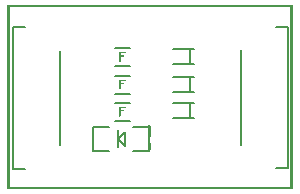
<source format=gto>
G04 MADE WITH FRITZING*
G04 WWW.FRITZING.ORG*
G04 DOUBLE SIDED*
G04 HOLES PLATED*
G04 CONTOUR ON CENTER OF CONTOUR VECTOR*
%ASAXBY*%
%FSLAX23Y23*%
%MOIN*%
%OFA0B0*%
%SFA1.0B1.0*%
%ADD10C,0.008000*%
%ADD11R,0.001000X0.001000*%
%LNSILK1*%
G90*
G70*
G54D10*
X18Y542D02*
X18Y70D01*
D02*
X18Y542D02*
X58Y542D01*
D02*
X18Y70D02*
X58Y70D01*
D02*
X176Y148D02*
X176Y463D01*
D02*
X936Y72D02*
X936Y544D01*
D02*
X936Y72D02*
X897Y72D01*
D02*
X936Y544D02*
X897Y544D01*
D02*
X779Y466D02*
X779Y151D01*
D02*
X408Y413D02*
X358Y413D01*
D02*
X358Y473D02*
X408Y473D01*
D02*
X408Y320D02*
X358Y320D01*
D02*
X358Y380D02*
X408Y380D01*
D02*
X408Y230D02*
X358Y230D01*
D02*
X358Y290D02*
X408Y290D01*
D02*
X624Y418D02*
X609Y418D01*
D02*
X609Y418D02*
X553Y418D01*
D02*
X624Y469D02*
X609Y469D01*
D02*
X609Y469D02*
X553Y469D01*
D02*
X609Y418D02*
X609Y469D01*
D02*
X624Y325D02*
X609Y325D01*
D02*
X609Y325D02*
X553Y325D01*
D02*
X624Y376D02*
X609Y376D01*
D02*
X609Y376D02*
X553Y376D01*
D02*
X609Y325D02*
X609Y376D01*
D02*
X624Y238D02*
X609Y238D01*
D02*
X609Y238D02*
X553Y238D01*
D02*
X624Y289D02*
X609Y289D01*
D02*
X609Y289D02*
X553Y289D01*
D02*
X609Y238D02*
X609Y289D01*
D02*
X419Y131D02*
X474Y131D01*
D02*
X474Y210D02*
X419Y210D01*
D02*
X340Y131D02*
X285Y131D01*
D02*
X285Y131D02*
X285Y210D01*
D02*
X285Y210D02*
X340Y210D01*
D02*
X368Y143D02*
X368Y170D01*
D02*
X368Y170D02*
X368Y198D01*
D02*
X368Y170D02*
X391Y147D01*
D02*
X391Y147D02*
X391Y194D01*
D02*
X391Y194D02*
X368Y170D01*
G54D11*
X0Y616D02*
X951Y616D01*
X0Y615D02*
X951Y615D01*
X0Y614D02*
X951Y614D01*
X0Y613D02*
X951Y613D01*
X0Y612D02*
X951Y612D01*
X0Y611D02*
X951Y611D01*
X0Y610D02*
X951Y610D01*
X0Y609D02*
X951Y609D01*
X0Y608D02*
X7Y608D01*
X944Y608D02*
X951Y608D01*
X0Y607D02*
X7Y607D01*
X944Y607D02*
X951Y607D01*
X0Y606D02*
X7Y606D01*
X944Y606D02*
X951Y606D01*
X0Y605D02*
X7Y605D01*
X944Y605D02*
X951Y605D01*
X0Y604D02*
X7Y604D01*
X944Y604D02*
X951Y604D01*
X0Y603D02*
X7Y603D01*
X944Y603D02*
X951Y603D01*
X0Y602D02*
X7Y602D01*
X944Y602D02*
X951Y602D01*
X0Y601D02*
X7Y601D01*
X944Y601D02*
X951Y601D01*
X0Y600D02*
X7Y600D01*
X944Y600D02*
X951Y600D01*
X0Y599D02*
X7Y599D01*
X944Y599D02*
X951Y599D01*
X0Y598D02*
X7Y598D01*
X944Y598D02*
X951Y598D01*
X0Y597D02*
X7Y597D01*
X944Y597D02*
X951Y597D01*
X0Y596D02*
X7Y596D01*
X944Y596D02*
X951Y596D01*
X0Y595D02*
X7Y595D01*
X944Y595D02*
X951Y595D01*
X0Y594D02*
X7Y594D01*
X944Y594D02*
X951Y594D01*
X0Y593D02*
X7Y593D01*
X944Y593D02*
X951Y593D01*
X0Y592D02*
X7Y592D01*
X944Y592D02*
X951Y592D01*
X0Y591D02*
X7Y591D01*
X944Y591D02*
X951Y591D01*
X0Y590D02*
X7Y590D01*
X944Y590D02*
X951Y590D01*
X0Y589D02*
X7Y589D01*
X944Y589D02*
X951Y589D01*
X0Y588D02*
X7Y588D01*
X944Y588D02*
X951Y588D01*
X0Y587D02*
X7Y587D01*
X944Y587D02*
X951Y587D01*
X0Y586D02*
X7Y586D01*
X944Y586D02*
X951Y586D01*
X0Y585D02*
X7Y585D01*
X944Y585D02*
X951Y585D01*
X0Y584D02*
X7Y584D01*
X944Y584D02*
X951Y584D01*
X0Y583D02*
X7Y583D01*
X944Y583D02*
X951Y583D01*
X0Y582D02*
X7Y582D01*
X944Y582D02*
X951Y582D01*
X0Y581D02*
X7Y581D01*
X944Y581D02*
X951Y581D01*
X0Y580D02*
X7Y580D01*
X944Y580D02*
X951Y580D01*
X0Y579D02*
X7Y579D01*
X944Y579D02*
X951Y579D01*
X0Y578D02*
X7Y578D01*
X944Y578D02*
X951Y578D01*
X0Y577D02*
X7Y577D01*
X944Y577D02*
X951Y577D01*
X0Y576D02*
X7Y576D01*
X944Y576D02*
X951Y576D01*
X0Y575D02*
X7Y575D01*
X944Y575D02*
X951Y575D01*
X0Y574D02*
X7Y574D01*
X944Y574D02*
X951Y574D01*
X0Y573D02*
X7Y573D01*
X944Y573D02*
X951Y573D01*
X0Y572D02*
X7Y572D01*
X944Y572D02*
X951Y572D01*
X0Y571D02*
X7Y571D01*
X944Y571D02*
X951Y571D01*
X0Y570D02*
X7Y570D01*
X944Y570D02*
X951Y570D01*
X0Y569D02*
X7Y569D01*
X944Y569D02*
X951Y569D01*
X0Y568D02*
X7Y568D01*
X944Y568D02*
X951Y568D01*
X0Y567D02*
X7Y567D01*
X944Y567D02*
X951Y567D01*
X0Y566D02*
X7Y566D01*
X944Y566D02*
X951Y566D01*
X0Y565D02*
X7Y565D01*
X944Y565D02*
X951Y565D01*
X0Y564D02*
X7Y564D01*
X944Y564D02*
X951Y564D01*
X0Y563D02*
X7Y563D01*
X944Y563D02*
X951Y563D01*
X0Y562D02*
X7Y562D01*
X944Y562D02*
X951Y562D01*
X0Y561D02*
X7Y561D01*
X944Y561D02*
X951Y561D01*
X0Y560D02*
X7Y560D01*
X944Y560D02*
X951Y560D01*
X0Y559D02*
X7Y559D01*
X944Y559D02*
X951Y559D01*
X0Y558D02*
X7Y558D01*
X944Y558D02*
X951Y558D01*
X0Y557D02*
X7Y557D01*
X944Y557D02*
X951Y557D01*
X0Y556D02*
X7Y556D01*
X944Y556D02*
X951Y556D01*
X0Y555D02*
X7Y555D01*
X944Y555D02*
X951Y555D01*
X0Y554D02*
X7Y554D01*
X944Y554D02*
X951Y554D01*
X0Y553D02*
X7Y553D01*
X944Y553D02*
X951Y553D01*
X0Y552D02*
X7Y552D01*
X944Y552D02*
X951Y552D01*
X0Y551D02*
X7Y551D01*
X944Y551D02*
X951Y551D01*
X0Y550D02*
X7Y550D01*
X944Y550D02*
X951Y550D01*
X0Y549D02*
X7Y549D01*
X944Y549D02*
X951Y549D01*
X0Y548D02*
X7Y548D01*
X944Y548D02*
X951Y548D01*
X0Y547D02*
X7Y547D01*
X944Y547D02*
X951Y547D01*
X0Y546D02*
X7Y546D01*
X944Y546D02*
X951Y546D01*
X0Y545D02*
X7Y545D01*
X944Y545D02*
X951Y545D01*
X0Y544D02*
X7Y544D01*
X944Y544D02*
X951Y544D01*
X0Y543D02*
X7Y543D01*
X944Y543D02*
X951Y543D01*
X0Y542D02*
X7Y542D01*
X944Y542D02*
X951Y542D01*
X0Y541D02*
X7Y541D01*
X944Y541D02*
X951Y541D01*
X0Y540D02*
X7Y540D01*
X944Y540D02*
X951Y540D01*
X0Y539D02*
X7Y539D01*
X944Y539D02*
X951Y539D01*
X0Y538D02*
X7Y538D01*
X944Y538D02*
X951Y538D01*
X0Y537D02*
X7Y537D01*
X944Y537D02*
X951Y537D01*
X0Y536D02*
X7Y536D01*
X944Y536D02*
X951Y536D01*
X0Y535D02*
X7Y535D01*
X944Y535D02*
X951Y535D01*
X0Y534D02*
X7Y534D01*
X944Y534D02*
X951Y534D01*
X0Y533D02*
X7Y533D01*
X944Y533D02*
X951Y533D01*
X0Y532D02*
X7Y532D01*
X944Y532D02*
X951Y532D01*
X0Y531D02*
X7Y531D01*
X944Y531D02*
X951Y531D01*
X0Y530D02*
X7Y530D01*
X944Y530D02*
X951Y530D01*
X0Y529D02*
X7Y529D01*
X944Y529D02*
X951Y529D01*
X0Y528D02*
X7Y528D01*
X944Y528D02*
X951Y528D01*
X0Y527D02*
X7Y527D01*
X944Y527D02*
X951Y527D01*
X0Y526D02*
X7Y526D01*
X944Y526D02*
X951Y526D01*
X0Y525D02*
X7Y525D01*
X944Y525D02*
X951Y525D01*
X0Y524D02*
X7Y524D01*
X944Y524D02*
X951Y524D01*
X0Y523D02*
X7Y523D01*
X944Y523D02*
X951Y523D01*
X0Y522D02*
X7Y522D01*
X944Y522D02*
X951Y522D01*
X0Y521D02*
X7Y521D01*
X944Y521D02*
X951Y521D01*
X0Y520D02*
X7Y520D01*
X944Y520D02*
X951Y520D01*
X0Y519D02*
X7Y519D01*
X944Y519D02*
X951Y519D01*
X0Y518D02*
X7Y518D01*
X944Y518D02*
X951Y518D01*
X0Y517D02*
X7Y517D01*
X944Y517D02*
X951Y517D01*
X0Y516D02*
X7Y516D01*
X944Y516D02*
X951Y516D01*
X0Y515D02*
X7Y515D01*
X944Y515D02*
X951Y515D01*
X0Y514D02*
X7Y514D01*
X944Y514D02*
X951Y514D01*
X0Y513D02*
X7Y513D01*
X944Y513D02*
X951Y513D01*
X0Y512D02*
X7Y512D01*
X944Y512D02*
X951Y512D01*
X0Y511D02*
X7Y511D01*
X944Y511D02*
X951Y511D01*
X0Y510D02*
X7Y510D01*
X944Y510D02*
X951Y510D01*
X0Y509D02*
X7Y509D01*
X944Y509D02*
X951Y509D01*
X0Y508D02*
X7Y508D01*
X944Y508D02*
X951Y508D01*
X0Y507D02*
X7Y507D01*
X944Y507D02*
X951Y507D01*
X0Y506D02*
X7Y506D01*
X944Y506D02*
X951Y506D01*
X0Y505D02*
X7Y505D01*
X944Y505D02*
X951Y505D01*
X0Y504D02*
X7Y504D01*
X944Y504D02*
X951Y504D01*
X0Y503D02*
X7Y503D01*
X944Y503D02*
X951Y503D01*
X0Y502D02*
X7Y502D01*
X944Y502D02*
X951Y502D01*
X0Y501D02*
X7Y501D01*
X944Y501D02*
X951Y501D01*
X0Y500D02*
X7Y500D01*
X944Y500D02*
X951Y500D01*
X0Y499D02*
X7Y499D01*
X944Y499D02*
X951Y499D01*
X0Y498D02*
X7Y498D01*
X944Y498D02*
X951Y498D01*
X0Y497D02*
X7Y497D01*
X944Y497D02*
X951Y497D01*
X0Y496D02*
X7Y496D01*
X944Y496D02*
X951Y496D01*
X0Y495D02*
X7Y495D01*
X944Y495D02*
X951Y495D01*
X0Y494D02*
X7Y494D01*
X944Y494D02*
X951Y494D01*
X0Y493D02*
X7Y493D01*
X944Y493D02*
X951Y493D01*
X0Y492D02*
X7Y492D01*
X944Y492D02*
X951Y492D01*
X0Y491D02*
X7Y491D01*
X944Y491D02*
X951Y491D01*
X0Y490D02*
X7Y490D01*
X944Y490D02*
X951Y490D01*
X0Y489D02*
X7Y489D01*
X944Y489D02*
X951Y489D01*
X0Y488D02*
X7Y488D01*
X944Y488D02*
X951Y488D01*
X0Y487D02*
X7Y487D01*
X944Y487D02*
X951Y487D01*
X0Y486D02*
X7Y486D01*
X944Y486D02*
X951Y486D01*
X0Y485D02*
X7Y485D01*
X944Y485D02*
X951Y485D01*
X0Y484D02*
X7Y484D01*
X944Y484D02*
X951Y484D01*
X0Y483D02*
X7Y483D01*
X944Y483D02*
X951Y483D01*
X0Y482D02*
X7Y482D01*
X944Y482D02*
X951Y482D01*
X0Y481D02*
X7Y481D01*
X944Y481D02*
X951Y481D01*
X0Y480D02*
X7Y480D01*
X944Y480D02*
X951Y480D01*
X0Y479D02*
X7Y479D01*
X944Y479D02*
X951Y479D01*
X0Y478D02*
X7Y478D01*
X944Y478D02*
X951Y478D01*
X0Y477D02*
X7Y477D01*
X944Y477D02*
X951Y477D01*
X0Y476D02*
X7Y476D01*
X944Y476D02*
X951Y476D01*
X0Y475D02*
X7Y475D01*
X944Y475D02*
X951Y475D01*
X0Y474D02*
X7Y474D01*
X944Y474D02*
X951Y474D01*
X0Y473D02*
X7Y473D01*
X944Y473D02*
X951Y473D01*
X0Y472D02*
X7Y472D01*
X944Y472D02*
X951Y472D01*
X0Y471D02*
X7Y471D01*
X944Y471D02*
X951Y471D01*
X0Y470D02*
X7Y470D01*
X944Y470D02*
X951Y470D01*
X0Y469D02*
X7Y469D01*
X944Y469D02*
X951Y469D01*
X0Y468D02*
X7Y468D01*
X944Y468D02*
X951Y468D01*
X0Y467D02*
X7Y467D01*
X944Y467D02*
X951Y467D01*
X0Y466D02*
X7Y466D01*
X944Y466D02*
X951Y466D01*
X0Y465D02*
X7Y465D01*
X944Y465D02*
X951Y465D01*
X0Y464D02*
X7Y464D01*
X944Y464D02*
X951Y464D01*
X0Y463D02*
X7Y463D01*
X944Y463D02*
X951Y463D01*
X0Y462D02*
X7Y462D01*
X944Y462D02*
X951Y462D01*
X0Y461D02*
X7Y461D01*
X944Y461D02*
X951Y461D01*
X0Y460D02*
X7Y460D01*
X944Y460D02*
X951Y460D01*
X0Y459D02*
X7Y459D01*
X374Y459D02*
X393Y459D01*
X944Y459D02*
X951Y459D01*
X0Y458D02*
X7Y458D01*
X374Y458D02*
X394Y458D01*
X944Y458D02*
X951Y458D01*
X0Y457D02*
X7Y457D01*
X374Y457D02*
X394Y457D01*
X944Y457D02*
X951Y457D01*
X0Y456D02*
X7Y456D01*
X374Y456D02*
X394Y456D01*
X944Y456D02*
X951Y456D01*
X0Y455D02*
X7Y455D01*
X374Y455D02*
X393Y455D01*
X944Y455D02*
X951Y455D01*
X0Y454D02*
X7Y454D01*
X374Y454D02*
X377Y454D01*
X944Y454D02*
X951Y454D01*
X0Y453D02*
X7Y453D01*
X374Y453D02*
X377Y453D01*
X944Y453D02*
X951Y453D01*
X0Y452D02*
X7Y452D01*
X374Y452D02*
X377Y452D01*
X944Y452D02*
X951Y452D01*
X0Y451D02*
X7Y451D01*
X374Y451D02*
X377Y451D01*
X944Y451D02*
X951Y451D01*
X0Y450D02*
X7Y450D01*
X374Y450D02*
X377Y450D01*
X944Y450D02*
X951Y450D01*
X0Y449D02*
X7Y449D01*
X374Y449D02*
X377Y449D01*
X944Y449D02*
X951Y449D01*
X0Y448D02*
X7Y448D01*
X374Y448D02*
X389Y448D01*
X944Y448D02*
X951Y448D01*
X0Y447D02*
X7Y447D01*
X374Y447D02*
X390Y447D01*
X944Y447D02*
X951Y447D01*
X0Y446D02*
X7Y446D01*
X374Y446D02*
X390Y446D01*
X944Y446D02*
X951Y446D01*
X0Y445D02*
X7Y445D01*
X374Y445D02*
X390Y445D01*
X944Y445D02*
X951Y445D01*
X0Y444D02*
X7Y444D01*
X374Y444D02*
X389Y444D01*
X944Y444D02*
X951Y444D01*
X0Y443D02*
X7Y443D01*
X374Y443D02*
X377Y443D01*
X944Y443D02*
X951Y443D01*
X0Y442D02*
X7Y442D01*
X374Y442D02*
X377Y442D01*
X944Y442D02*
X951Y442D01*
X0Y441D02*
X7Y441D01*
X374Y441D02*
X377Y441D01*
X944Y441D02*
X951Y441D01*
X0Y440D02*
X7Y440D01*
X374Y440D02*
X377Y440D01*
X944Y440D02*
X951Y440D01*
X0Y439D02*
X7Y439D01*
X374Y439D02*
X377Y439D01*
X944Y439D02*
X951Y439D01*
X0Y438D02*
X7Y438D01*
X374Y438D02*
X377Y438D01*
X944Y438D02*
X951Y438D01*
X0Y437D02*
X7Y437D01*
X374Y437D02*
X377Y437D01*
X944Y437D02*
X951Y437D01*
X0Y436D02*
X7Y436D01*
X374Y436D02*
X377Y436D01*
X944Y436D02*
X951Y436D01*
X0Y435D02*
X7Y435D01*
X374Y435D02*
X377Y435D01*
X944Y435D02*
X951Y435D01*
X0Y434D02*
X7Y434D01*
X374Y434D02*
X377Y434D01*
X944Y434D02*
X951Y434D01*
X0Y433D02*
X7Y433D01*
X374Y433D02*
X377Y433D01*
X944Y433D02*
X951Y433D01*
X0Y432D02*
X7Y432D01*
X374Y432D02*
X377Y432D01*
X944Y432D02*
X951Y432D01*
X0Y431D02*
X7Y431D01*
X374Y431D02*
X377Y431D01*
X944Y431D02*
X951Y431D01*
X0Y430D02*
X7Y430D01*
X374Y430D02*
X377Y430D01*
X944Y430D02*
X951Y430D01*
X0Y429D02*
X7Y429D01*
X374Y429D02*
X377Y429D01*
X944Y429D02*
X951Y429D01*
X0Y428D02*
X7Y428D01*
X374Y428D02*
X377Y428D01*
X944Y428D02*
X951Y428D01*
X0Y427D02*
X7Y427D01*
X374Y427D02*
X377Y427D01*
X944Y427D02*
X951Y427D01*
X0Y426D02*
X7Y426D01*
X375Y426D02*
X376Y426D01*
X944Y426D02*
X951Y426D01*
X0Y425D02*
X7Y425D01*
X944Y425D02*
X951Y425D01*
X0Y424D02*
X7Y424D01*
X944Y424D02*
X951Y424D01*
X0Y423D02*
X7Y423D01*
X944Y423D02*
X951Y423D01*
X0Y422D02*
X7Y422D01*
X944Y422D02*
X951Y422D01*
X0Y421D02*
X7Y421D01*
X944Y421D02*
X951Y421D01*
X0Y420D02*
X7Y420D01*
X944Y420D02*
X951Y420D01*
X0Y419D02*
X7Y419D01*
X944Y419D02*
X951Y419D01*
X0Y418D02*
X7Y418D01*
X944Y418D02*
X951Y418D01*
X0Y417D02*
X7Y417D01*
X944Y417D02*
X951Y417D01*
X0Y416D02*
X7Y416D01*
X944Y416D02*
X951Y416D01*
X0Y415D02*
X7Y415D01*
X944Y415D02*
X951Y415D01*
X0Y414D02*
X7Y414D01*
X944Y414D02*
X951Y414D01*
X0Y413D02*
X7Y413D01*
X944Y413D02*
X951Y413D01*
X0Y412D02*
X7Y412D01*
X944Y412D02*
X951Y412D01*
X0Y411D02*
X7Y411D01*
X944Y411D02*
X951Y411D01*
X0Y410D02*
X7Y410D01*
X944Y410D02*
X951Y410D01*
X0Y409D02*
X7Y409D01*
X944Y409D02*
X951Y409D01*
X0Y408D02*
X7Y408D01*
X944Y408D02*
X951Y408D01*
X0Y407D02*
X7Y407D01*
X944Y407D02*
X951Y407D01*
X0Y406D02*
X7Y406D01*
X944Y406D02*
X951Y406D01*
X0Y405D02*
X7Y405D01*
X944Y405D02*
X951Y405D01*
X0Y404D02*
X7Y404D01*
X944Y404D02*
X951Y404D01*
X0Y403D02*
X7Y403D01*
X944Y403D02*
X951Y403D01*
X0Y402D02*
X7Y402D01*
X944Y402D02*
X951Y402D01*
X0Y401D02*
X7Y401D01*
X944Y401D02*
X951Y401D01*
X0Y400D02*
X7Y400D01*
X944Y400D02*
X951Y400D01*
X0Y399D02*
X7Y399D01*
X944Y399D02*
X951Y399D01*
X0Y398D02*
X7Y398D01*
X944Y398D02*
X951Y398D01*
X0Y397D02*
X7Y397D01*
X944Y397D02*
X951Y397D01*
X0Y396D02*
X7Y396D01*
X944Y396D02*
X951Y396D01*
X0Y395D02*
X7Y395D01*
X944Y395D02*
X951Y395D01*
X0Y394D02*
X7Y394D01*
X944Y394D02*
X951Y394D01*
X0Y393D02*
X7Y393D01*
X944Y393D02*
X951Y393D01*
X0Y392D02*
X7Y392D01*
X944Y392D02*
X951Y392D01*
X0Y391D02*
X7Y391D01*
X944Y391D02*
X951Y391D01*
X0Y390D02*
X7Y390D01*
X944Y390D02*
X951Y390D01*
X0Y389D02*
X7Y389D01*
X944Y389D02*
X951Y389D01*
X0Y388D02*
X7Y388D01*
X944Y388D02*
X951Y388D01*
X0Y387D02*
X7Y387D01*
X944Y387D02*
X951Y387D01*
X0Y386D02*
X7Y386D01*
X944Y386D02*
X951Y386D01*
X0Y385D02*
X7Y385D01*
X944Y385D02*
X951Y385D01*
X0Y384D02*
X7Y384D01*
X944Y384D02*
X951Y384D01*
X0Y383D02*
X7Y383D01*
X944Y383D02*
X951Y383D01*
X0Y382D02*
X7Y382D01*
X944Y382D02*
X951Y382D01*
X0Y381D02*
X7Y381D01*
X944Y381D02*
X951Y381D01*
X0Y380D02*
X7Y380D01*
X944Y380D02*
X951Y380D01*
X0Y379D02*
X7Y379D01*
X944Y379D02*
X951Y379D01*
X0Y378D02*
X7Y378D01*
X944Y378D02*
X951Y378D01*
X0Y377D02*
X7Y377D01*
X944Y377D02*
X951Y377D01*
X0Y376D02*
X7Y376D01*
X944Y376D02*
X951Y376D01*
X0Y375D02*
X7Y375D01*
X944Y375D02*
X951Y375D01*
X0Y374D02*
X7Y374D01*
X944Y374D02*
X951Y374D01*
X0Y373D02*
X7Y373D01*
X944Y373D02*
X951Y373D01*
X0Y372D02*
X7Y372D01*
X944Y372D02*
X951Y372D01*
X0Y371D02*
X7Y371D01*
X944Y371D02*
X951Y371D01*
X0Y370D02*
X7Y370D01*
X944Y370D02*
X951Y370D01*
X0Y369D02*
X7Y369D01*
X944Y369D02*
X951Y369D01*
X0Y368D02*
X7Y368D01*
X944Y368D02*
X951Y368D01*
X0Y367D02*
X7Y367D01*
X374Y367D02*
X394Y367D01*
X944Y367D02*
X951Y367D01*
X0Y366D02*
X7Y366D01*
X374Y366D02*
X394Y366D01*
X944Y366D02*
X951Y366D01*
X0Y365D02*
X7Y365D01*
X374Y365D02*
X394Y365D01*
X944Y365D02*
X951Y365D01*
X0Y364D02*
X7Y364D01*
X374Y364D02*
X394Y364D01*
X944Y364D02*
X951Y364D01*
X0Y363D02*
X7Y363D01*
X374Y363D02*
X377Y363D01*
X944Y363D02*
X951Y363D01*
X0Y362D02*
X7Y362D01*
X374Y362D02*
X377Y362D01*
X944Y362D02*
X951Y362D01*
X0Y361D02*
X7Y361D01*
X374Y361D02*
X377Y361D01*
X944Y361D02*
X951Y361D01*
X0Y360D02*
X7Y360D01*
X374Y360D02*
X377Y360D01*
X944Y360D02*
X951Y360D01*
X0Y359D02*
X7Y359D01*
X374Y359D02*
X377Y359D01*
X944Y359D02*
X951Y359D01*
X0Y358D02*
X7Y358D01*
X374Y358D02*
X377Y358D01*
X944Y358D02*
X951Y358D01*
X0Y357D02*
X7Y357D01*
X374Y357D02*
X377Y357D01*
X944Y357D02*
X951Y357D01*
X0Y356D02*
X7Y356D01*
X374Y356D02*
X389Y356D01*
X944Y356D02*
X951Y356D01*
X0Y355D02*
X7Y355D01*
X374Y355D02*
X390Y355D01*
X944Y355D02*
X951Y355D01*
X0Y354D02*
X7Y354D01*
X374Y354D02*
X390Y354D01*
X944Y354D02*
X951Y354D01*
X0Y353D02*
X7Y353D01*
X374Y353D02*
X389Y353D01*
X944Y353D02*
X951Y353D01*
X0Y352D02*
X7Y352D01*
X374Y352D02*
X377Y352D01*
X944Y352D02*
X951Y352D01*
X0Y351D02*
X7Y351D01*
X374Y351D02*
X377Y351D01*
X944Y351D02*
X951Y351D01*
X0Y350D02*
X7Y350D01*
X374Y350D02*
X377Y350D01*
X944Y350D02*
X951Y350D01*
X0Y349D02*
X7Y349D01*
X374Y349D02*
X377Y349D01*
X944Y349D02*
X951Y349D01*
X0Y348D02*
X7Y348D01*
X374Y348D02*
X377Y348D01*
X944Y348D02*
X951Y348D01*
X0Y347D02*
X7Y347D01*
X374Y347D02*
X377Y347D01*
X944Y347D02*
X951Y347D01*
X0Y346D02*
X7Y346D01*
X374Y346D02*
X377Y346D01*
X944Y346D02*
X951Y346D01*
X0Y345D02*
X7Y345D01*
X374Y345D02*
X377Y345D01*
X944Y345D02*
X951Y345D01*
X0Y344D02*
X7Y344D01*
X374Y344D02*
X377Y344D01*
X944Y344D02*
X951Y344D01*
X0Y343D02*
X7Y343D01*
X374Y343D02*
X377Y343D01*
X944Y343D02*
X951Y343D01*
X0Y342D02*
X7Y342D01*
X374Y342D02*
X377Y342D01*
X944Y342D02*
X951Y342D01*
X0Y341D02*
X7Y341D01*
X374Y341D02*
X377Y341D01*
X944Y341D02*
X951Y341D01*
X0Y340D02*
X7Y340D01*
X374Y340D02*
X377Y340D01*
X944Y340D02*
X951Y340D01*
X0Y339D02*
X7Y339D01*
X374Y339D02*
X377Y339D01*
X944Y339D02*
X951Y339D01*
X0Y338D02*
X7Y338D01*
X374Y338D02*
X377Y338D01*
X944Y338D02*
X951Y338D01*
X0Y337D02*
X7Y337D01*
X374Y337D02*
X377Y337D01*
X944Y337D02*
X951Y337D01*
X0Y336D02*
X7Y336D01*
X374Y336D02*
X377Y336D01*
X944Y336D02*
X951Y336D01*
X0Y335D02*
X7Y335D01*
X374Y335D02*
X377Y335D01*
X944Y335D02*
X951Y335D01*
X0Y334D02*
X7Y334D01*
X376Y334D02*
X376Y334D01*
X944Y334D02*
X951Y334D01*
X0Y333D02*
X7Y333D01*
X944Y333D02*
X951Y333D01*
X0Y332D02*
X7Y332D01*
X944Y332D02*
X951Y332D01*
X0Y331D02*
X7Y331D01*
X944Y331D02*
X951Y331D01*
X0Y330D02*
X7Y330D01*
X944Y330D02*
X951Y330D01*
X0Y329D02*
X7Y329D01*
X944Y329D02*
X951Y329D01*
X0Y328D02*
X7Y328D01*
X944Y328D02*
X951Y328D01*
X0Y327D02*
X7Y327D01*
X944Y327D02*
X951Y327D01*
X0Y326D02*
X7Y326D01*
X944Y326D02*
X951Y326D01*
X0Y325D02*
X7Y325D01*
X944Y325D02*
X951Y325D01*
X0Y324D02*
X7Y324D01*
X944Y324D02*
X951Y324D01*
X0Y323D02*
X7Y323D01*
X944Y323D02*
X951Y323D01*
X0Y322D02*
X7Y322D01*
X944Y322D02*
X951Y322D01*
X0Y321D02*
X7Y321D01*
X944Y321D02*
X951Y321D01*
X0Y320D02*
X7Y320D01*
X944Y320D02*
X951Y320D01*
X0Y319D02*
X7Y319D01*
X944Y319D02*
X951Y319D01*
X0Y318D02*
X7Y318D01*
X944Y318D02*
X951Y318D01*
X0Y317D02*
X7Y317D01*
X944Y317D02*
X951Y317D01*
X0Y316D02*
X7Y316D01*
X944Y316D02*
X951Y316D01*
X0Y315D02*
X7Y315D01*
X944Y315D02*
X951Y315D01*
X0Y314D02*
X7Y314D01*
X944Y314D02*
X951Y314D01*
X0Y313D02*
X7Y313D01*
X944Y313D02*
X951Y313D01*
X0Y312D02*
X7Y312D01*
X944Y312D02*
X951Y312D01*
X0Y311D02*
X7Y311D01*
X944Y311D02*
X951Y311D01*
X0Y310D02*
X7Y310D01*
X944Y310D02*
X951Y310D01*
X0Y309D02*
X7Y309D01*
X944Y309D02*
X951Y309D01*
X0Y308D02*
X7Y308D01*
X944Y308D02*
X951Y308D01*
X0Y307D02*
X7Y307D01*
X944Y307D02*
X951Y307D01*
X0Y306D02*
X7Y306D01*
X944Y306D02*
X951Y306D01*
X0Y305D02*
X7Y305D01*
X944Y305D02*
X951Y305D01*
X0Y304D02*
X7Y304D01*
X944Y304D02*
X951Y304D01*
X0Y303D02*
X7Y303D01*
X944Y303D02*
X951Y303D01*
X0Y302D02*
X7Y302D01*
X944Y302D02*
X951Y302D01*
X0Y301D02*
X7Y301D01*
X944Y301D02*
X951Y301D01*
X0Y300D02*
X7Y300D01*
X944Y300D02*
X951Y300D01*
X0Y299D02*
X7Y299D01*
X944Y299D02*
X951Y299D01*
X0Y298D02*
X7Y298D01*
X944Y298D02*
X951Y298D01*
X0Y297D02*
X7Y297D01*
X944Y297D02*
X951Y297D01*
X0Y296D02*
X7Y296D01*
X944Y296D02*
X951Y296D01*
X0Y295D02*
X7Y295D01*
X944Y295D02*
X951Y295D01*
X0Y294D02*
X7Y294D01*
X944Y294D02*
X951Y294D01*
X0Y293D02*
X7Y293D01*
X944Y293D02*
X951Y293D01*
X0Y292D02*
X7Y292D01*
X944Y292D02*
X951Y292D01*
X0Y291D02*
X7Y291D01*
X944Y291D02*
X951Y291D01*
X0Y290D02*
X7Y290D01*
X944Y290D02*
X951Y290D01*
X0Y289D02*
X7Y289D01*
X944Y289D02*
X951Y289D01*
X0Y288D02*
X7Y288D01*
X944Y288D02*
X951Y288D01*
X0Y287D02*
X7Y287D01*
X944Y287D02*
X951Y287D01*
X0Y286D02*
X7Y286D01*
X944Y286D02*
X951Y286D01*
X0Y285D02*
X7Y285D01*
X944Y285D02*
X951Y285D01*
X0Y284D02*
X7Y284D01*
X944Y284D02*
X951Y284D01*
X0Y283D02*
X7Y283D01*
X944Y283D02*
X951Y283D01*
X0Y282D02*
X7Y282D01*
X944Y282D02*
X951Y282D01*
X0Y281D02*
X7Y281D01*
X944Y281D02*
X951Y281D01*
X0Y280D02*
X7Y280D01*
X944Y280D02*
X951Y280D01*
X0Y279D02*
X7Y279D01*
X944Y279D02*
X951Y279D01*
X0Y278D02*
X7Y278D01*
X944Y278D02*
X951Y278D01*
X0Y277D02*
X7Y277D01*
X374Y277D02*
X392Y277D01*
X944Y277D02*
X951Y277D01*
X0Y276D02*
X7Y276D01*
X373Y276D02*
X394Y276D01*
X944Y276D02*
X951Y276D01*
X0Y275D02*
X7Y275D01*
X373Y275D02*
X394Y275D01*
X944Y275D02*
X951Y275D01*
X0Y274D02*
X7Y274D01*
X373Y274D02*
X394Y274D01*
X944Y274D02*
X951Y274D01*
X0Y273D02*
X7Y273D01*
X373Y273D02*
X392Y273D01*
X944Y273D02*
X951Y273D01*
X0Y272D02*
X7Y272D01*
X373Y272D02*
X377Y272D01*
X944Y272D02*
X951Y272D01*
X0Y271D02*
X7Y271D01*
X373Y271D02*
X377Y271D01*
X944Y271D02*
X951Y271D01*
X0Y270D02*
X7Y270D01*
X373Y270D02*
X377Y270D01*
X944Y270D02*
X951Y270D01*
X0Y269D02*
X7Y269D01*
X373Y269D02*
X377Y269D01*
X944Y269D02*
X951Y269D01*
X0Y268D02*
X7Y268D01*
X373Y268D02*
X377Y268D01*
X944Y268D02*
X951Y268D01*
X0Y267D02*
X7Y267D01*
X373Y267D02*
X377Y267D01*
X944Y267D02*
X951Y267D01*
X0Y266D02*
X7Y266D01*
X373Y266D02*
X388Y266D01*
X944Y266D02*
X951Y266D01*
X0Y265D02*
X7Y265D01*
X373Y265D02*
X389Y265D01*
X944Y265D02*
X951Y265D01*
X0Y264D02*
X7Y264D01*
X373Y264D02*
X389Y264D01*
X944Y264D02*
X951Y264D01*
X0Y263D02*
X7Y263D01*
X373Y263D02*
X389Y263D01*
X944Y263D02*
X951Y263D01*
X0Y262D02*
X7Y262D01*
X373Y262D02*
X388Y262D01*
X944Y262D02*
X951Y262D01*
X0Y261D02*
X7Y261D01*
X373Y261D02*
X377Y261D01*
X944Y261D02*
X951Y261D01*
X0Y260D02*
X7Y260D01*
X373Y260D02*
X377Y260D01*
X944Y260D02*
X951Y260D01*
X0Y259D02*
X7Y259D01*
X373Y259D02*
X377Y259D01*
X944Y259D02*
X951Y259D01*
X0Y258D02*
X7Y258D01*
X373Y258D02*
X377Y258D01*
X944Y258D02*
X951Y258D01*
X0Y257D02*
X7Y257D01*
X373Y257D02*
X377Y257D01*
X944Y257D02*
X951Y257D01*
X0Y256D02*
X7Y256D01*
X373Y256D02*
X377Y256D01*
X944Y256D02*
X951Y256D01*
X0Y255D02*
X7Y255D01*
X373Y255D02*
X377Y255D01*
X944Y255D02*
X951Y255D01*
X0Y254D02*
X7Y254D01*
X373Y254D02*
X377Y254D01*
X944Y254D02*
X951Y254D01*
X0Y253D02*
X7Y253D01*
X373Y253D02*
X377Y253D01*
X944Y253D02*
X951Y253D01*
X0Y252D02*
X7Y252D01*
X373Y252D02*
X377Y252D01*
X944Y252D02*
X951Y252D01*
X0Y251D02*
X7Y251D01*
X373Y251D02*
X377Y251D01*
X944Y251D02*
X951Y251D01*
X0Y250D02*
X7Y250D01*
X373Y250D02*
X377Y250D01*
X944Y250D02*
X951Y250D01*
X0Y249D02*
X7Y249D01*
X373Y249D02*
X377Y249D01*
X944Y249D02*
X951Y249D01*
X0Y248D02*
X7Y248D01*
X373Y248D02*
X377Y248D01*
X944Y248D02*
X951Y248D01*
X0Y247D02*
X7Y247D01*
X373Y247D02*
X377Y247D01*
X944Y247D02*
X951Y247D01*
X0Y246D02*
X7Y246D01*
X373Y246D02*
X377Y246D01*
X944Y246D02*
X951Y246D01*
X0Y245D02*
X7Y245D01*
X373Y245D02*
X377Y245D01*
X944Y245D02*
X951Y245D01*
X0Y244D02*
X7Y244D01*
X374Y244D02*
X376Y244D01*
X944Y244D02*
X951Y244D01*
X0Y243D02*
X7Y243D01*
X944Y243D02*
X951Y243D01*
X0Y242D02*
X7Y242D01*
X944Y242D02*
X951Y242D01*
X0Y241D02*
X7Y241D01*
X944Y241D02*
X951Y241D01*
X0Y240D02*
X7Y240D01*
X944Y240D02*
X951Y240D01*
X0Y239D02*
X7Y239D01*
X944Y239D02*
X951Y239D01*
X0Y238D02*
X7Y238D01*
X944Y238D02*
X951Y238D01*
X0Y237D02*
X7Y237D01*
X944Y237D02*
X951Y237D01*
X0Y236D02*
X7Y236D01*
X944Y236D02*
X951Y236D01*
X0Y235D02*
X7Y235D01*
X944Y235D02*
X951Y235D01*
X0Y234D02*
X7Y234D01*
X944Y234D02*
X951Y234D01*
X0Y233D02*
X7Y233D01*
X944Y233D02*
X951Y233D01*
X0Y232D02*
X7Y232D01*
X944Y232D02*
X951Y232D01*
X0Y231D02*
X7Y231D01*
X944Y231D02*
X951Y231D01*
X0Y230D02*
X7Y230D01*
X944Y230D02*
X951Y230D01*
X0Y229D02*
X7Y229D01*
X944Y229D02*
X951Y229D01*
X0Y228D02*
X7Y228D01*
X944Y228D02*
X951Y228D01*
X0Y227D02*
X7Y227D01*
X944Y227D02*
X951Y227D01*
X0Y226D02*
X7Y226D01*
X944Y226D02*
X951Y226D01*
X0Y225D02*
X7Y225D01*
X944Y225D02*
X951Y225D01*
X0Y224D02*
X7Y224D01*
X944Y224D02*
X951Y224D01*
X0Y223D02*
X7Y223D01*
X944Y223D02*
X951Y223D01*
X0Y222D02*
X7Y222D01*
X944Y222D02*
X951Y222D01*
X0Y221D02*
X7Y221D01*
X944Y221D02*
X951Y221D01*
X0Y220D02*
X7Y220D01*
X944Y220D02*
X951Y220D01*
X0Y219D02*
X7Y219D01*
X944Y219D02*
X951Y219D01*
X0Y218D02*
X7Y218D01*
X944Y218D02*
X951Y218D01*
X0Y217D02*
X7Y217D01*
X944Y217D02*
X951Y217D01*
X0Y216D02*
X7Y216D01*
X944Y216D02*
X951Y216D01*
X0Y215D02*
X7Y215D01*
X473Y215D02*
X473Y215D01*
X944Y215D02*
X951Y215D01*
X0Y214D02*
X7Y214D01*
X471Y214D02*
X475Y214D01*
X944Y214D02*
X951Y214D01*
X0Y213D02*
X7Y213D01*
X470Y213D02*
X476Y213D01*
X944Y213D02*
X951Y213D01*
X0Y212D02*
X7Y212D01*
X470Y212D02*
X477Y212D01*
X944Y212D02*
X951Y212D01*
X0Y211D02*
X7Y211D01*
X470Y211D02*
X477Y211D01*
X944Y211D02*
X951Y211D01*
X0Y210D02*
X7Y210D01*
X470Y210D02*
X477Y210D01*
X944Y210D02*
X951Y210D01*
X0Y209D02*
X7Y209D01*
X470Y209D02*
X477Y209D01*
X944Y209D02*
X951Y209D01*
X0Y208D02*
X7Y208D01*
X470Y208D02*
X477Y208D01*
X944Y208D02*
X951Y208D01*
X0Y207D02*
X7Y207D01*
X470Y207D02*
X477Y207D01*
X944Y207D02*
X951Y207D01*
X0Y206D02*
X7Y206D01*
X470Y206D02*
X477Y206D01*
X944Y206D02*
X951Y206D01*
X0Y205D02*
X7Y205D01*
X470Y205D02*
X477Y205D01*
X944Y205D02*
X951Y205D01*
X0Y204D02*
X7Y204D01*
X470Y204D02*
X477Y204D01*
X944Y204D02*
X951Y204D01*
X0Y203D02*
X7Y203D01*
X470Y203D02*
X477Y203D01*
X944Y203D02*
X951Y203D01*
X0Y202D02*
X7Y202D01*
X470Y202D02*
X477Y202D01*
X944Y202D02*
X951Y202D01*
X0Y201D02*
X7Y201D01*
X470Y201D02*
X477Y201D01*
X944Y201D02*
X951Y201D01*
X0Y200D02*
X7Y200D01*
X470Y200D02*
X477Y200D01*
X944Y200D02*
X951Y200D01*
X0Y199D02*
X7Y199D01*
X470Y199D02*
X477Y199D01*
X944Y199D02*
X951Y199D01*
X0Y198D02*
X7Y198D01*
X470Y198D02*
X477Y198D01*
X944Y198D02*
X951Y198D01*
X0Y197D02*
X7Y197D01*
X470Y197D02*
X477Y197D01*
X944Y197D02*
X951Y197D01*
X0Y196D02*
X7Y196D01*
X470Y196D02*
X477Y196D01*
X944Y196D02*
X951Y196D01*
X0Y195D02*
X7Y195D01*
X470Y195D02*
X477Y195D01*
X944Y195D02*
X951Y195D01*
X0Y194D02*
X7Y194D01*
X470Y194D02*
X477Y194D01*
X944Y194D02*
X951Y194D01*
X0Y193D02*
X7Y193D01*
X470Y193D02*
X477Y193D01*
X944Y193D02*
X951Y193D01*
X0Y192D02*
X7Y192D01*
X470Y192D02*
X477Y192D01*
X944Y192D02*
X951Y192D01*
X0Y191D02*
X7Y191D01*
X470Y191D02*
X477Y191D01*
X944Y191D02*
X951Y191D01*
X0Y190D02*
X7Y190D01*
X470Y190D02*
X477Y190D01*
X944Y190D02*
X951Y190D01*
X0Y189D02*
X7Y189D01*
X470Y189D02*
X477Y189D01*
X944Y189D02*
X951Y189D01*
X0Y188D02*
X7Y188D01*
X470Y188D02*
X477Y188D01*
X944Y188D02*
X951Y188D01*
X0Y187D02*
X7Y187D01*
X470Y187D02*
X477Y187D01*
X944Y187D02*
X951Y187D01*
X0Y186D02*
X7Y186D01*
X470Y186D02*
X477Y186D01*
X944Y186D02*
X951Y186D01*
X0Y185D02*
X7Y185D01*
X470Y185D02*
X477Y185D01*
X944Y185D02*
X951Y185D01*
X0Y184D02*
X7Y184D01*
X470Y184D02*
X477Y184D01*
X944Y184D02*
X951Y184D01*
X0Y183D02*
X7Y183D01*
X470Y183D02*
X477Y183D01*
X944Y183D02*
X951Y183D01*
X0Y182D02*
X7Y182D01*
X470Y182D02*
X477Y182D01*
X944Y182D02*
X951Y182D01*
X0Y181D02*
X7Y181D01*
X470Y181D02*
X477Y181D01*
X944Y181D02*
X951Y181D01*
X0Y180D02*
X7Y180D01*
X470Y180D02*
X477Y180D01*
X944Y180D02*
X951Y180D01*
X0Y179D02*
X7Y179D01*
X470Y179D02*
X477Y179D01*
X944Y179D02*
X951Y179D01*
X0Y178D02*
X7Y178D01*
X470Y178D02*
X477Y178D01*
X944Y178D02*
X951Y178D01*
X0Y177D02*
X7Y177D01*
X470Y177D02*
X477Y177D01*
X944Y177D02*
X951Y177D01*
X0Y176D02*
X7Y176D01*
X470Y176D02*
X477Y176D01*
X944Y176D02*
X951Y176D01*
X0Y175D02*
X7Y175D01*
X470Y175D02*
X476Y175D01*
X944Y175D02*
X951Y175D01*
X0Y174D02*
X7Y174D01*
X470Y174D02*
X476Y174D01*
X944Y174D02*
X951Y174D01*
X0Y173D02*
X7Y173D01*
X470Y173D02*
X476Y173D01*
X944Y173D02*
X951Y173D01*
X0Y172D02*
X7Y172D01*
X470Y172D02*
X475Y172D01*
X944Y172D02*
X951Y172D01*
X0Y171D02*
X7Y171D01*
X470Y171D02*
X475Y171D01*
X944Y171D02*
X951Y171D01*
X0Y170D02*
X7Y170D01*
X470Y170D02*
X475Y170D01*
X944Y170D02*
X951Y170D01*
X0Y169D02*
X7Y169D01*
X470Y169D02*
X475Y169D01*
X944Y169D02*
X951Y169D01*
X0Y168D02*
X7Y168D01*
X470Y168D02*
X474Y168D01*
X944Y168D02*
X951Y168D01*
X0Y167D02*
X7Y167D01*
X470Y167D02*
X474Y167D01*
X944Y167D02*
X951Y167D01*
X0Y166D02*
X7Y166D01*
X470Y166D02*
X474Y166D01*
X944Y166D02*
X951Y166D01*
X0Y165D02*
X7Y165D01*
X470Y165D02*
X474Y165D01*
X944Y165D02*
X951Y165D01*
X0Y164D02*
X7Y164D01*
X470Y164D02*
X474Y164D01*
X944Y164D02*
X951Y164D01*
X0Y163D02*
X7Y163D01*
X470Y163D02*
X474Y163D01*
X944Y163D02*
X951Y163D01*
X0Y162D02*
X7Y162D01*
X470Y162D02*
X475Y162D01*
X944Y162D02*
X951Y162D01*
X0Y161D02*
X7Y161D01*
X470Y161D02*
X475Y161D01*
X944Y161D02*
X951Y161D01*
X0Y160D02*
X7Y160D01*
X470Y160D02*
X475Y160D01*
X944Y160D02*
X951Y160D01*
X0Y159D02*
X7Y159D01*
X470Y159D02*
X475Y159D01*
X944Y159D02*
X951Y159D01*
X0Y158D02*
X7Y158D01*
X470Y158D02*
X476Y158D01*
X944Y158D02*
X951Y158D01*
X0Y157D02*
X7Y157D01*
X470Y157D02*
X476Y157D01*
X944Y157D02*
X951Y157D01*
X0Y156D02*
X7Y156D01*
X470Y156D02*
X476Y156D01*
X944Y156D02*
X951Y156D01*
X0Y155D02*
X7Y155D01*
X470Y155D02*
X477Y155D01*
X944Y155D02*
X951Y155D01*
X0Y154D02*
X7Y154D01*
X470Y154D02*
X477Y154D01*
X944Y154D02*
X951Y154D01*
X0Y153D02*
X7Y153D01*
X470Y153D02*
X477Y153D01*
X944Y153D02*
X951Y153D01*
X0Y152D02*
X7Y152D01*
X470Y152D02*
X477Y152D01*
X944Y152D02*
X951Y152D01*
X0Y151D02*
X7Y151D01*
X470Y151D02*
X477Y151D01*
X944Y151D02*
X951Y151D01*
X0Y150D02*
X7Y150D01*
X470Y150D02*
X477Y150D01*
X944Y150D02*
X951Y150D01*
X0Y149D02*
X7Y149D01*
X470Y149D02*
X477Y149D01*
X944Y149D02*
X951Y149D01*
X0Y148D02*
X7Y148D01*
X470Y148D02*
X477Y148D01*
X944Y148D02*
X951Y148D01*
X0Y147D02*
X7Y147D01*
X470Y147D02*
X477Y147D01*
X944Y147D02*
X951Y147D01*
X0Y146D02*
X7Y146D01*
X470Y146D02*
X477Y146D01*
X944Y146D02*
X951Y146D01*
X0Y145D02*
X7Y145D01*
X470Y145D02*
X477Y145D01*
X944Y145D02*
X951Y145D01*
X0Y144D02*
X7Y144D01*
X470Y144D02*
X477Y144D01*
X944Y144D02*
X951Y144D01*
X0Y143D02*
X7Y143D01*
X470Y143D02*
X477Y143D01*
X944Y143D02*
X951Y143D01*
X0Y142D02*
X7Y142D01*
X470Y142D02*
X477Y142D01*
X944Y142D02*
X951Y142D01*
X0Y141D02*
X7Y141D01*
X470Y141D02*
X477Y141D01*
X944Y141D02*
X951Y141D01*
X0Y140D02*
X7Y140D01*
X470Y140D02*
X477Y140D01*
X944Y140D02*
X951Y140D01*
X0Y139D02*
X7Y139D01*
X470Y139D02*
X477Y139D01*
X944Y139D02*
X951Y139D01*
X0Y138D02*
X7Y138D01*
X470Y138D02*
X477Y138D01*
X944Y138D02*
X951Y138D01*
X0Y137D02*
X7Y137D01*
X470Y137D02*
X477Y137D01*
X944Y137D02*
X951Y137D01*
X0Y136D02*
X7Y136D01*
X470Y136D02*
X477Y136D01*
X944Y136D02*
X951Y136D01*
X0Y135D02*
X7Y135D01*
X470Y135D02*
X477Y135D01*
X944Y135D02*
X951Y135D01*
X0Y134D02*
X7Y134D01*
X470Y134D02*
X477Y134D01*
X944Y134D02*
X951Y134D01*
X0Y133D02*
X7Y133D01*
X470Y133D02*
X477Y133D01*
X944Y133D02*
X951Y133D01*
X0Y132D02*
X7Y132D01*
X470Y132D02*
X477Y132D01*
X944Y132D02*
X951Y132D01*
X0Y131D02*
X7Y131D01*
X470Y131D02*
X476Y131D01*
X944Y131D02*
X951Y131D01*
X0Y130D02*
X7Y130D01*
X471Y130D02*
X476Y130D01*
X944Y130D02*
X951Y130D01*
X0Y129D02*
X7Y129D01*
X472Y129D02*
X475Y129D01*
X944Y129D02*
X951Y129D01*
X0Y128D02*
X7Y128D01*
X944Y128D02*
X951Y128D01*
X0Y127D02*
X7Y127D01*
X944Y127D02*
X951Y127D01*
X0Y126D02*
X7Y126D01*
X944Y126D02*
X951Y126D01*
X0Y125D02*
X7Y125D01*
X944Y125D02*
X951Y125D01*
X0Y124D02*
X7Y124D01*
X944Y124D02*
X951Y124D01*
X0Y123D02*
X7Y123D01*
X944Y123D02*
X951Y123D01*
X0Y122D02*
X7Y122D01*
X944Y122D02*
X951Y122D01*
X0Y121D02*
X7Y121D01*
X944Y121D02*
X951Y121D01*
X0Y120D02*
X7Y120D01*
X944Y120D02*
X951Y120D01*
X0Y119D02*
X7Y119D01*
X944Y119D02*
X951Y119D01*
X0Y118D02*
X7Y118D01*
X944Y118D02*
X951Y118D01*
X0Y117D02*
X7Y117D01*
X944Y117D02*
X951Y117D01*
X0Y116D02*
X7Y116D01*
X944Y116D02*
X951Y116D01*
X0Y115D02*
X7Y115D01*
X944Y115D02*
X951Y115D01*
X0Y114D02*
X7Y114D01*
X944Y114D02*
X951Y114D01*
X0Y113D02*
X7Y113D01*
X944Y113D02*
X951Y113D01*
X0Y112D02*
X7Y112D01*
X944Y112D02*
X951Y112D01*
X0Y111D02*
X7Y111D01*
X944Y111D02*
X951Y111D01*
X0Y110D02*
X7Y110D01*
X944Y110D02*
X951Y110D01*
X0Y109D02*
X7Y109D01*
X944Y109D02*
X951Y109D01*
X0Y108D02*
X7Y108D01*
X944Y108D02*
X951Y108D01*
X0Y107D02*
X7Y107D01*
X944Y107D02*
X951Y107D01*
X0Y106D02*
X7Y106D01*
X944Y106D02*
X951Y106D01*
X0Y105D02*
X7Y105D01*
X944Y105D02*
X951Y105D01*
X0Y104D02*
X7Y104D01*
X944Y104D02*
X951Y104D01*
X0Y103D02*
X7Y103D01*
X944Y103D02*
X951Y103D01*
X0Y102D02*
X7Y102D01*
X944Y102D02*
X951Y102D01*
X0Y101D02*
X7Y101D01*
X944Y101D02*
X951Y101D01*
X0Y100D02*
X7Y100D01*
X944Y100D02*
X951Y100D01*
X0Y99D02*
X7Y99D01*
X944Y99D02*
X951Y99D01*
X0Y98D02*
X7Y98D01*
X944Y98D02*
X951Y98D01*
X0Y97D02*
X7Y97D01*
X944Y97D02*
X951Y97D01*
X0Y96D02*
X7Y96D01*
X944Y96D02*
X951Y96D01*
X0Y95D02*
X7Y95D01*
X944Y95D02*
X951Y95D01*
X0Y94D02*
X7Y94D01*
X944Y94D02*
X951Y94D01*
X0Y93D02*
X7Y93D01*
X944Y93D02*
X951Y93D01*
X0Y92D02*
X7Y92D01*
X944Y92D02*
X951Y92D01*
X0Y91D02*
X7Y91D01*
X944Y91D02*
X951Y91D01*
X0Y90D02*
X7Y90D01*
X944Y90D02*
X951Y90D01*
X0Y89D02*
X7Y89D01*
X944Y89D02*
X951Y89D01*
X0Y88D02*
X7Y88D01*
X944Y88D02*
X951Y88D01*
X0Y87D02*
X7Y87D01*
X944Y87D02*
X951Y87D01*
X0Y86D02*
X7Y86D01*
X944Y86D02*
X951Y86D01*
X0Y85D02*
X7Y85D01*
X944Y85D02*
X951Y85D01*
X0Y84D02*
X7Y84D01*
X944Y84D02*
X951Y84D01*
X0Y83D02*
X7Y83D01*
X944Y83D02*
X951Y83D01*
X0Y82D02*
X7Y82D01*
X944Y82D02*
X951Y82D01*
X0Y81D02*
X7Y81D01*
X944Y81D02*
X951Y81D01*
X0Y80D02*
X7Y80D01*
X944Y80D02*
X951Y80D01*
X0Y79D02*
X7Y79D01*
X944Y79D02*
X951Y79D01*
X0Y78D02*
X7Y78D01*
X944Y78D02*
X951Y78D01*
X0Y77D02*
X7Y77D01*
X944Y77D02*
X951Y77D01*
X0Y76D02*
X7Y76D01*
X944Y76D02*
X951Y76D01*
X0Y75D02*
X7Y75D01*
X944Y75D02*
X951Y75D01*
X0Y74D02*
X7Y74D01*
X944Y74D02*
X951Y74D01*
X0Y73D02*
X7Y73D01*
X944Y73D02*
X951Y73D01*
X0Y72D02*
X7Y72D01*
X944Y72D02*
X951Y72D01*
X0Y71D02*
X7Y71D01*
X944Y71D02*
X951Y71D01*
X0Y70D02*
X7Y70D01*
X944Y70D02*
X951Y70D01*
X0Y69D02*
X7Y69D01*
X944Y69D02*
X951Y69D01*
X0Y68D02*
X7Y68D01*
X944Y68D02*
X951Y68D01*
X0Y67D02*
X7Y67D01*
X944Y67D02*
X951Y67D01*
X0Y66D02*
X7Y66D01*
X944Y66D02*
X951Y66D01*
X0Y65D02*
X7Y65D01*
X944Y65D02*
X951Y65D01*
X0Y64D02*
X7Y64D01*
X944Y64D02*
X951Y64D01*
X0Y63D02*
X7Y63D01*
X944Y63D02*
X951Y63D01*
X0Y62D02*
X7Y62D01*
X944Y62D02*
X951Y62D01*
X0Y61D02*
X7Y61D01*
X944Y61D02*
X951Y61D01*
X0Y60D02*
X7Y60D01*
X944Y60D02*
X951Y60D01*
X0Y59D02*
X7Y59D01*
X944Y59D02*
X951Y59D01*
X0Y58D02*
X7Y58D01*
X944Y58D02*
X951Y58D01*
X0Y57D02*
X7Y57D01*
X944Y57D02*
X951Y57D01*
X0Y56D02*
X7Y56D01*
X944Y56D02*
X951Y56D01*
X0Y55D02*
X7Y55D01*
X944Y55D02*
X951Y55D01*
X0Y54D02*
X7Y54D01*
X944Y54D02*
X951Y54D01*
X0Y53D02*
X7Y53D01*
X944Y53D02*
X951Y53D01*
X0Y52D02*
X7Y52D01*
X944Y52D02*
X951Y52D01*
X0Y51D02*
X7Y51D01*
X944Y51D02*
X951Y51D01*
X0Y50D02*
X7Y50D01*
X944Y50D02*
X951Y50D01*
X0Y49D02*
X7Y49D01*
X944Y49D02*
X951Y49D01*
X0Y48D02*
X7Y48D01*
X944Y48D02*
X951Y48D01*
X0Y47D02*
X7Y47D01*
X944Y47D02*
X951Y47D01*
X0Y46D02*
X7Y46D01*
X944Y46D02*
X951Y46D01*
X0Y45D02*
X7Y45D01*
X944Y45D02*
X951Y45D01*
X0Y44D02*
X7Y44D01*
X944Y44D02*
X951Y44D01*
X0Y43D02*
X7Y43D01*
X944Y43D02*
X951Y43D01*
X0Y42D02*
X7Y42D01*
X944Y42D02*
X951Y42D01*
X0Y41D02*
X7Y41D01*
X944Y41D02*
X951Y41D01*
X0Y40D02*
X7Y40D01*
X944Y40D02*
X951Y40D01*
X0Y39D02*
X7Y39D01*
X944Y39D02*
X951Y39D01*
X0Y38D02*
X7Y38D01*
X944Y38D02*
X951Y38D01*
X0Y37D02*
X7Y37D01*
X944Y37D02*
X951Y37D01*
X0Y36D02*
X7Y36D01*
X944Y36D02*
X951Y36D01*
X0Y35D02*
X7Y35D01*
X944Y35D02*
X951Y35D01*
X0Y34D02*
X7Y34D01*
X944Y34D02*
X951Y34D01*
X0Y33D02*
X7Y33D01*
X944Y33D02*
X951Y33D01*
X0Y32D02*
X7Y32D01*
X944Y32D02*
X951Y32D01*
X0Y31D02*
X7Y31D01*
X944Y31D02*
X951Y31D01*
X0Y30D02*
X7Y30D01*
X944Y30D02*
X951Y30D01*
X0Y29D02*
X7Y29D01*
X944Y29D02*
X951Y29D01*
X0Y28D02*
X7Y28D01*
X944Y28D02*
X951Y28D01*
X0Y27D02*
X7Y27D01*
X944Y27D02*
X951Y27D01*
X0Y26D02*
X7Y26D01*
X944Y26D02*
X951Y26D01*
X0Y25D02*
X7Y25D01*
X944Y25D02*
X951Y25D01*
X0Y24D02*
X7Y24D01*
X944Y24D02*
X951Y24D01*
X0Y23D02*
X7Y23D01*
X944Y23D02*
X951Y23D01*
X0Y22D02*
X7Y22D01*
X944Y22D02*
X951Y22D01*
X0Y21D02*
X7Y21D01*
X944Y21D02*
X951Y21D01*
X0Y20D02*
X7Y20D01*
X944Y20D02*
X951Y20D01*
X0Y19D02*
X7Y19D01*
X944Y19D02*
X951Y19D01*
X0Y18D02*
X7Y18D01*
X944Y18D02*
X951Y18D01*
X0Y17D02*
X7Y17D01*
X944Y17D02*
X951Y17D01*
X0Y16D02*
X7Y16D01*
X944Y16D02*
X951Y16D01*
X0Y15D02*
X7Y15D01*
X944Y15D02*
X951Y15D01*
X0Y14D02*
X7Y14D01*
X944Y14D02*
X951Y14D01*
X0Y13D02*
X7Y13D01*
X944Y13D02*
X951Y13D01*
X0Y12D02*
X7Y12D01*
X944Y12D02*
X951Y12D01*
X0Y11D02*
X7Y11D01*
X944Y11D02*
X951Y11D01*
X0Y10D02*
X7Y10D01*
X944Y10D02*
X951Y10D01*
X0Y9D02*
X951Y9D01*
X0Y8D02*
X951Y8D01*
X0Y7D02*
X951Y7D01*
X0Y6D02*
X951Y6D01*
X0Y5D02*
X951Y5D01*
X0Y4D02*
X951Y4D01*
X0Y3D02*
X951Y3D01*
X0Y2D02*
X951Y2D01*
D02*
G04 End of Silk1*
M02*
</source>
